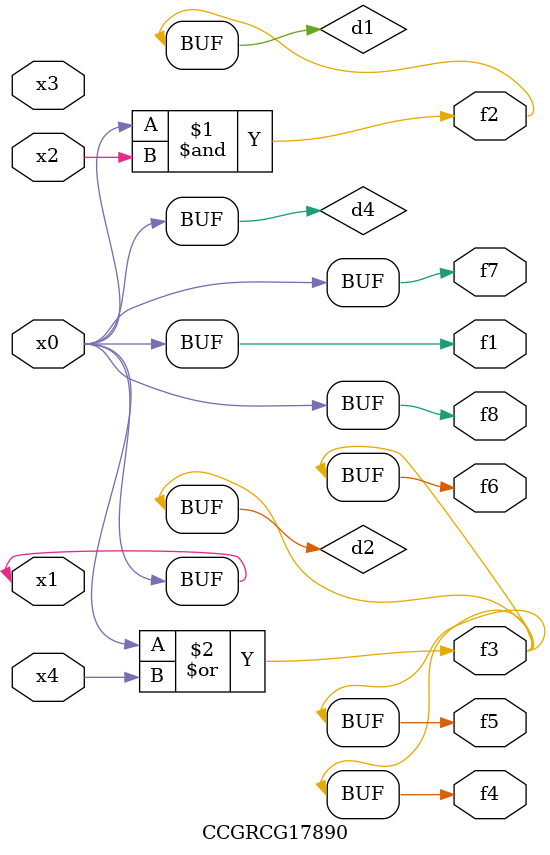
<source format=v>
module CCGRCG17890(
	input x0, x1, x2, x3, x4,
	output f1, f2, f3, f4, f5, f6, f7, f8
);

	wire d1, d2, d3, d4;

	and (d1, x0, x2);
	or (d2, x0, x4);
	nand (d3, x0, x2);
	buf (d4, x0, x1);
	assign f1 = d4;
	assign f2 = d1;
	assign f3 = d2;
	assign f4 = d2;
	assign f5 = d2;
	assign f6 = d2;
	assign f7 = d4;
	assign f8 = d4;
endmodule

</source>
